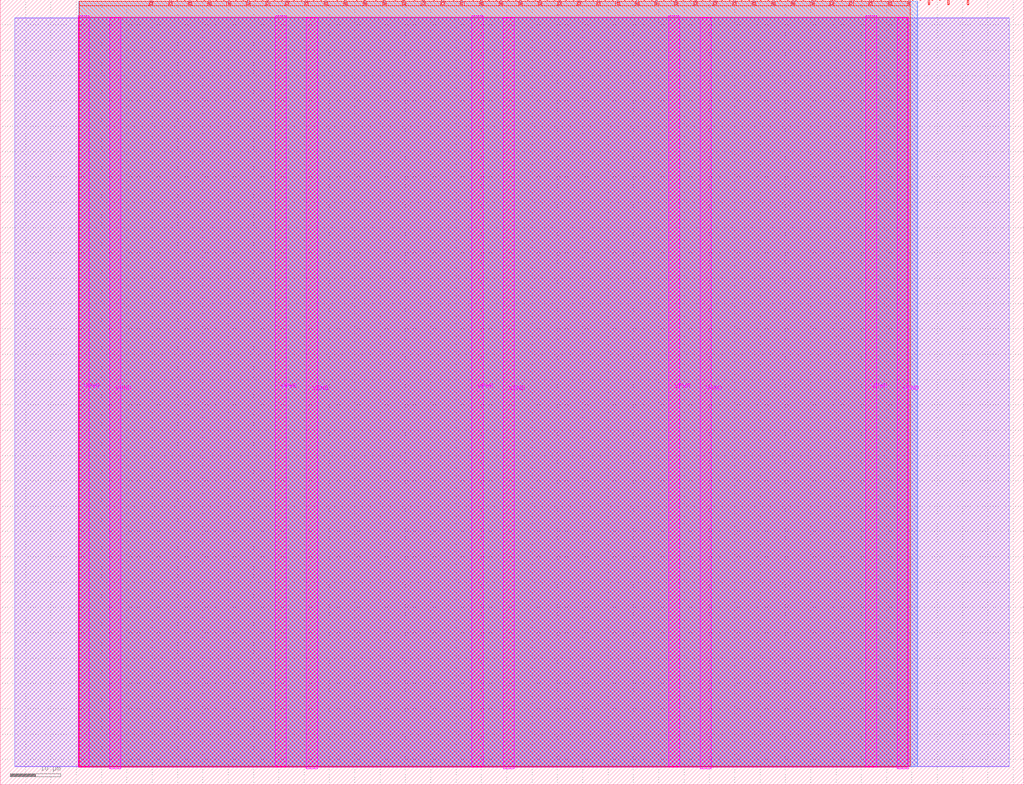
<source format=lef>
VERSION 5.7 ;
  NOWIREEXTENSIONATPIN ON ;
  DIVIDERCHAR "/" ;
  BUSBITCHARS "[]" ;
MACRO tt_um_wokwi_456575473702848513
  CLASS BLOCK ;
  FOREIGN tt_um_wokwi_456575473702848513 ;
  ORIGIN 0.000 0.000 ;
  SIZE 202.080 BY 154.980 ;
  PIN VGND
    DIRECTION INOUT ;
    USE GROUND ;
    PORT
      LAYER TopMetal1 ;
        RECT 21.580 3.150 23.780 151.420 ;
    END
    PORT
      LAYER TopMetal1 ;
        RECT 60.450 3.150 62.650 151.420 ;
    END
    PORT
      LAYER TopMetal1 ;
        RECT 99.320 3.150 101.520 151.420 ;
    END
    PORT
      LAYER TopMetal1 ;
        RECT 138.190 3.150 140.390 151.420 ;
    END
    PORT
      LAYER TopMetal1 ;
        RECT 177.060 3.150 179.260 151.420 ;
    END
  END VGND
  PIN VPWR
    DIRECTION INOUT ;
    USE POWER ;
    PORT
      LAYER TopMetal1 ;
        RECT 15.380 3.560 17.580 151.830 ;
    END
    PORT
      LAYER TopMetal1 ;
        RECT 54.250 3.560 56.450 151.830 ;
    END
    PORT
      LAYER TopMetal1 ;
        RECT 93.120 3.560 95.320 151.830 ;
    END
    PORT
      LAYER TopMetal1 ;
        RECT 131.990 3.560 134.190 151.830 ;
    END
    PORT
      LAYER TopMetal1 ;
        RECT 170.860 3.560 173.060 151.830 ;
    END
  END VPWR
  PIN clk
    DIRECTION INPUT ;
    USE SIGNAL ;
    PORT
      LAYER Metal4 ;
        RECT 187.050 153.980 187.350 154.980 ;
    END
  END clk
  PIN ena
    DIRECTION INPUT ;
    USE SIGNAL ;
    PORT
      LAYER Metal4 ;
        RECT 190.890 153.980 191.190 154.980 ;
    END
  END ena
  PIN rst_n
    DIRECTION INPUT ;
    USE SIGNAL ;
    PORT
      LAYER Metal4 ;
        RECT 183.210 153.980 183.510 154.980 ;
    END
  END rst_n
  PIN ui_in[0]
    DIRECTION INPUT ;
    USE SIGNAL ;
    ANTENNAGATEAREA 0.180700 ;
    PORT
      LAYER Metal4 ;
        RECT 179.370 153.980 179.670 154.980 ;
    END
  END ui_in[0]
  PIN ui_in[1]
    DIRECTION INPUT ;
    USE SIGNAL ;
    ANTENNAGATEAREA 0.180700 ;
    PORT
      LAYER Metal4 ;
        RECT 175.530 153.980 175.830 154.980 ;
    END
  END ui_in[1]
  PIN ui_in[2]
    DIRECTION INPUT ;
    USE SIGNAL ;
    ANTENNAGATEAREA 0.180700 ;
    PORT
      LAYER Metal4 ;
        RECT 171.690 153.980 171.990 154.980 ;
    END
  END ui_in[2]
  PIN ui_in[3]
    DIRECTION INPUT ;
    USE SIGNAL ;
    ANTENNAGATEAREA 0.180700 ;
    PORT
      LAYER Metal4 ;
        RECT 167.850 153.980 168.150 154.980 ;
    END
  END ui_in[3]
  PIN ui_in[4]
    DIRECTION INPUT ;
    USE SIGNAL ;
    ANTENNAGATEAREA 0.180700 ;
    PORT
      LAYER Metal4 ;
        RECT 164.010 153.980 164.310 154.980 ;
    END
  END ui_in[4]
  PIN ui_in[5]
    DIRECTION INPUT ;
    USE SIGNAL ;
    ANTENNAGATEAREA 0.180700 ;
    PORT
      LAYER Metal4 ;
        RECT 160.170 153.980 160.470 154.980 ;
    END
  END ui_in[5]
  PIN ui_in[6]
    DIRECTION INPUT ;
    USE SIGNAL ;
    ANTENNAGATEAREA 0.180700 ;
    PORT
      LAYER Metal4 ;
        RECT 156.330 153.980 156.630 154.980 ;
    END
  END ui_in[6]
  PIN ui_in[7]
    DIRECTION INPUT ;
    USE SIGNAL ;
    ANTENNAGATEAREA 0.180700 ;
    PORT
      LAYER Metal4 ;
        RECT 152.490 153.980 152.790 154.980 ;
    END
  END ui_in[7]
  PIN uio_in[0]
    DIRECTION INPUT ;
    USE SIGNAL ;
    PORT
      LAYER Metal4 ;
        RECT 148.650 153.980 148.950 154.980 ;
    END
  END uio_in[0]
  PIN uio_in[1]
    DIRECTION INPUT ;
    USE SIGNAL ;
    PORT
      LAYER Metal4 ;
        RECT 144.810 153.980 145.110 154.980 ;
    END
  END uio_in[1]
  PIN uio_in[2]
    DIRECTION INPUT ;
    USE SIGNAL ;
    PORT
      LAYER Metal4 ;
        RECT 140.970 153.980 141.270 154.980 ;
    END
  END uio_in[2]
  PIN uio_in[3]
    DIRECTION INPUT ;
    USE SIGNAL ;
    PORT
      LAYER Metal4 ;
        RECT 137.130 153.980 137.430 154.980 ;
    END
  END uio_in[3]
  PIN uio_in[4]
    DIRECTION INPUT ;
    USE SIGNAL ;
    PORT
      LAYER Metal4 ;
        RECT 133.290 153.980 133.590 154.980 ;
    END
  END uio_in[4]
  PIN uio_in[5]
    DIRECTION INPUT ;
    USE SIGNAL ;
    PORT
      LAYER Metal4 ;
        RECT 129.450 153.980 129.750 154.980 ;
    END
  END uio_in[5]
  PIN uio_in[6]
    DIRECTION INPUT ;
    USE SIGNAL ;
    PORT
      LAYER Metal4 ;
        RECT 125.610 153.980 125.910 154.980 ;
    END
  END uio_in[6]
  PIN uio_in[7]
    DIRECTION INPUT ;
    USE SIGNAL ;
    PORT
      LAYER Metal4 ;
        RECT 121.770 153.980 122.070 154.980 ;
    END
  END uio_in[7]
  PIN uio_oe[0]
    DIRECTION OUTPUT ;
    USE SIGNAL ;
    ANTENNADIFFAREA 0.299200 ;
    PORT
      LAYER Metal4 ;
        RECT 56.490 153.980 56.790 154.980 ;
    END
  END uio_oe[0]
  PIN uio_oe[1]
    DIRECTION OUTPUT ;
    USE SIGNAL ;
    ANTENNADIFFAREA 0.299200 ;
    PORT
      LAYER Metal4 ;
        RECT 52.650 153.980 52.950 154.980 ;
    END
  END uio_oe[1]
  PIN uio_oe[2]
    DIRECTION OUTPUT ;
    USE SIGNAL ;
    ANTENNADIFFAREA 0.299200 ;
    PORT
      LAYER Metal4 ;
        RECT 48.810 153.980 49.110 154.980 ;
    END
  END uio_oe[2]
  PIN uio_oe[3]
    DIRECTION OUTPUT ;
    USE SIGNAL ;
    ANTENNADIFFAREA 0.299200 ;
    PORT
      LAYER Metal4 ;
        RECT 44.970 153.980 45.270 154.980 ;
    END
  END uio_oe[3]
  PIN uio_oe[4]
    DIRECTION OUTPUT ;
    USE SIGNAL ;
    ANTENNADIFFAREA 0.299200 ;
    PORT
      LAYER Metal4 ;
        RECT 41.130 153.980 41.430 154.980 ;
    END
  END uio_oe[4]
  PIN uio_oe[5]
    DIRECTION OUTPUT ;
    USE SIGNAL ;
    ANTENNADIFFAREA 0.299200 ;
    PORT
      LAYER Metal4 ;
        RECT 37.290 153.980 37.590 154.980 ;
    END
  END uio_oe[5]
  PIN uio_oe[6]
    DIRECTION OUTPUT ;
    USE SIGNAL ;
    ANTENNADIFFAREA 0.299200 ;
    PORT
      LAYER Metal4 ;
        RECT 33.450 153.980 33.750 154.980 ;
    END
  END uio_oe[6]
  PIN uio_oe[7]
    DIRECTION OUTPUT ;
    USE SIGNAL ;
    ANTENNADIFFAREA 0.299200 ;
    PORT
      LAYER Metal4 ;
        RECT 29.610 153.980 29.910 154.980 ;
    END
  END uio_oe[7]
  PIN uio_out[0]
    DIRECTION OUTPUT ;
    USE SIGNAL ;
    ANTENNADIFFAREA 0.299200 ;
    PORT
      LAYER Metal4 ;
        RECT 87.210 153.980 87.510 154.980 ;
    END
  END uio_out[0]
  PIN uio_out[1]
    DIRECTION OUTPUT ;
    USE SIGNAL ;
    ANTENNADIFFAREA 0.299200 ;
    PORT
      LAYER Metal4 ;
        RECT 83.370 153.980 83.670 154.980 ;
    END
  END uio_out[1]
  PIN uio_out[2]
    DIRECTION OUTPUT ;
    USE SIGNAL ;
    ANTENNADIFFAREA 0.299200 ;
    PORT
      LAYER Metal4 ;
        RECT 79.530 153.980 79.830 154.980 ;
    END
  END uio_out[2]
  PIN uio_out[3]
    DIRECTION OUTPUT ;
    USE SIGNAL ;
    ANTENNADIFFAREA 0.299200 ;
    PORT
      LAYER Metal4 ;
        RECT 75.690 153.980 75.990 154.980 ;
    END
  END uio_out[3]
  PIN uio_out[4]
    DIRECTION OUTPUT ;
    USE SIGNAL ;
    ANTENNADIFFAREA 0.299200 ;
    PORT
      LAYER Metal4 ;
        RECT 71.850 153.980 72.150 154.980 ;
    END
  END uio_out[4]
  PIN uio_out[5]
    DIRECTION OUTPUT ;
    USE SIGNAL ;
    ANTENNADIFFAREA 0.299200 ;
    PORT
      LAYER Metal4 ;
        RECT 68.010 153.980 68.310 154.980 ;
    END
  END uio_out[5]
  PIN uio_out[6]
    DIRECTION OUTPUT ;
    USE SIGNAL ;
    ANTENNADIFFAREA 0.299200 ;
    PORT
      LAYER Metal4 ;
        RECT 64.170 153.980 64.470 154.980 ;
    END
  END uio_out[6]
  PIN uio_out[7]
    DIRECTION OUTPUT ;
    USE SIGNAL ;
    ANTENNADIFFAREA 0.299200 ;
    PORT
      LAYER Metal4 ;
        RECT 60.330 153.980 60.630 154.980 ;
    END
  END uio_out[7]
  PIN uo_out[0]
    DIRECTION OUTPUT ;
    USE SIGNAL ;
    ANTENNADIFFAREA 0.708600 ;
    PORT
      LAYER Metal4 ;
        RECT 117.930 153.980 118.230 154.980 ;
    END
  END uo_out[0]
  PIN uo_out[1]
    DIRECTION OUTPUT ;
    USE SIGNAL ;
    ANTENNADIFFAREA 0.708600 ;
    PORT
      LAYER Metal4 ;
        RECT 114.090 153.980 114.390 154.980 ;
    END
  END uo_out[1]
  PIN uo_out[2]
    DIRECTION OUTPUT ;
    USE SIGNAL ;
    ANTENNADIFFAREA 0.708600 ;
    PORT
      LAYER Metal4 ;
        RECT 110.250 153.980 110.550 154.980 ;
    END
  END uo_out[2]
  PIN uo_out[3]
    DIRECTION OUTPUT ;
    USE SIGNAL ;
    ANTENNADIFFAREA 0.299200 ;
    PORT
      LAYER Metal4 ;
        RECT 106.410 153.980 106.710 154.980 ;
    END
  END uo_out[3]
  PIN uo_out[4]
    DIRECTION OUTPUT ;
    USE SIGNAL ;
    ANTENNADIFFAREA 0.708600 ;
    PORT
      LAYER Metal4 ;
        RECT 102.570 153.980 102.870 154.980 ;
    END
  END uo_out[4]
  PIN uo_out[5]
    DIRECTION OUTPUT ;
    USE SIGNAL ;
    ANTENNADIFFAREA 0.708600 ;
    PORT
      LAYER Metal4 ;
        RECT 98.730 153.980 99.030 154.980 ;
    END
  END uo_out[5]
  PIN uo_out[6]
    DIRECTION OUTPUT ;
    USE SIGNAL ;
    ANTENNADIFFAREA 0.299200 ;
    PORT
      LAYER Metal4 ;
        RECT 94.890 153.980 95.190 154.980 ;
    END
  END uo_out[6]
  PIN uo_out[7]
    DIRECTION OUTPUT ;
    USE SIGNAL ;
    ANTENNADIFFAREA 0.708600 ;
    PORT
      LAYER Metal4 ;
        RECT 91.050 153.980 91.350 154.980 ;
    END
  END uo_out[7]
  OBS
      LAYER GatPoly ;
        RECT 2.880 3.630 199.200 151.350 ;
      LAYER Metal1 ;
        RECT 2.880 3.560 199.200 151.420 ;
      LAYER Metal2 ;
        RECT 15.560 3.635 181.065 154.705 ;
      LAYER Metal3 ;
        RECT 15.515 3.680 181.105 154.665 ;
      LAYER Metal4 ;
        RECT 15.560 153.770 29.400 154.705 ;
        RECT 30.120 153.770 33.240 154.705 ;
        RECT 33.960 153.770 37.080 154.705 ;
        RECT 37.800 153.770 40.920 154.705 ;
        RECT 41.640 153.770 44.760 154.705 ;
        RECT 45.480 153.770 48.600 154.705 ;
        RECT 49.320 153.770 52.440 154.705 ;
        RECT 53.160 153.770 56.280 154.705 ;
        RECT 57.000 153.770 60.120 154.705 ;
        RECT 60.840 153.770 63.960 154.705 ;
        RECT 64.680 153.770 67.800 154.705 ;
        RECT 68.520 153.770 71.640 154.705 ;
        RECT 72.360 153.770 75.480 154.705 ;
        RECT 76.200 153.770 79.320 154.705 ;
        RECT 80.040 153.770 83.160 154.705 ;
        RECT 83.880 153.770 87.000 154.705 ;
        RECT 87.720 153.770 90.840 154.705 ;
        RECT 91.560 153.770 94.680 154.705 ;
        RECT 95.400 153.770 98.520 154.705 ;
        RECT 99.240 153.770 102.360 154.705 ;
        RECT 103.080 153.770 106.200 154.705 ;
        RECT 106.920 153.770 110.040 154.705 ;
        RECT 110.760 153.770 113.880 154.705 ;
        RECT 114.600 153.770 117.720 154.705 ;
        RECT 118.440 153.770 121.560 154.705 ;
        RECT 122.280 153.770 125.400 154.705 ;
        RECT 126.120 153.770 129.240 154.705 ;
        RECT 129.960 153.770 133.080 154.705 ;
        RECT 133.800 153.770 136.920 154.705 ;
        RECT 137.640 153.770 140.760 154.705 ;
        RECT 141.480 153.770 144.600 154.705 ;
        RECT 145.320 153.770 148.440 154.705 ;
        RECT 149.160 153.770 152.280 154.705 ;
        RECT 153.000 153.770 156.120 154.705 ;
        RECT 156.840 153.770 159.960 154.705 ;
        RECT 160.680 153.770 163.800 154.705 ;
        RECT 164.520 153.770 167.640 154.705 ;
        RECT 168.360 153.770 171.480 154.705 ;
        RECT 172.200 153.770 175.320 154.705 ;
        RECT 176.040 153.770 179.160 154.705 ;
        RECT 15.560 3.635 179.620 153.770 ;
      LAYER Metal5 ;
        RECT 15.515 3.470 179.125 151.510 ;
  END
END tt_um_wokwi_456575473702848513
END LIBRARY


</source>
